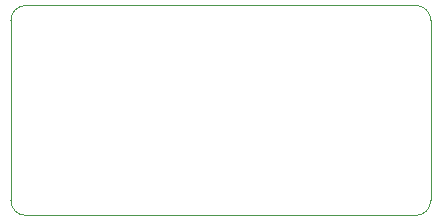
<source format=gbr>
G04 #@! TF.GenerationSoftware,KiCad,Pcbnew,5.99.0-unknown-r17121-d4cea0f2*
G04 #@! TF.CreationDate,2019-12-07T19:13:35-06:00*
G04 #@! TF.ProjectId,8_led_pmod,385f6c65-645f-4706-9d6f-642e6b696361,A*
G04 #@! TF.SameCoordinates,Original*
G04 #@! TF.FileFunction,Profile,NP*
%FSLAX46Y46*%
G04 Gerber Fmt 4.6, Leading zero omitted, Abs format (unit mm)*
G04 Created by KiCad (PCBNEW 5.99.0-unknown-r17121-d4cea0f2) date 2019-12-07 19:13:35*
%MOMM*%
%LPD*%
G04 APERTURE LIST*
%ADD10C,0.050000*%
G04 APERTURE END LIST*
D10*
X110490000Y-83820000D02*
G75*
G02X111760000Y-82550000I1270000J0D01*
G01*
X111760000Y-100330000D02*
G75*
G02X110490000Y-99060000I0J1270000D01*
G01*
X146050000Y-99060000D02*
G75*
G02X144780000Y-100330000I-1270000J0D01*
G01*
X144780000Y-82550000D02*
G75*
G02X146050000Y-83820000I0J-1270000D01*
G01*
X146050000Y-83820000D02*
X146050000Y-99060000D01*
X111760000Y-100330000D02*
X144780000Y-100330000D01*
X111760000Y-82550000D02*
X144780000Y-82550000D01*
X110490000Y-83820000D02*
X110490000Y-99060000D01*
M02*

</source>
